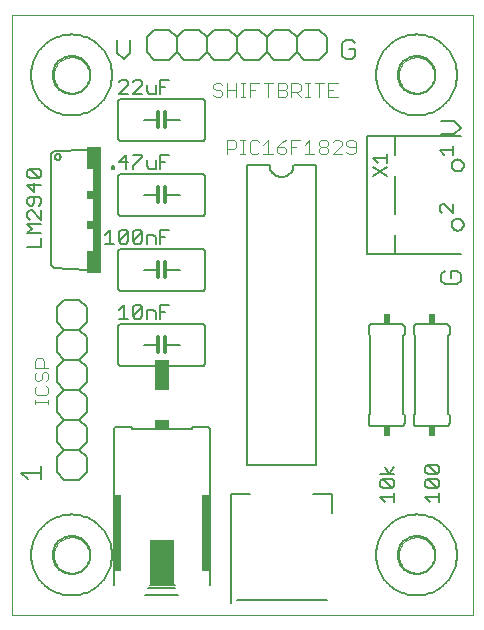
<source format=gto>
G75*
%MOIN*%
%OFA0B0*%
%FSLAX24Y24*%
%IPPOS*%
%LPD*%
%AMOC8*
5,1,8,0,0,1.08239X$1,22.5*
%
%ADD10C,0.0000*%
%ADD11C,0.0060*%
%ADD12C,0.0040*%
%ADD13C,0.0120*%
%ADD14C,0.0050*%
%ADD15R,0.0240X0.0340*%
%ADD16R,0.0300X0.4200*%
%ADD17R,0.0200X0.0750*%
%ADD18R,0.0200X0.0300*%
%ADD19C,0.0080*%
%ADD20R,0.0500X0.0300*%
%ADD21R,0.0500X0.1000*%
%ADD22R,0.0250X0.2550*%
%ADD23R,0.0800X0.1500*%
D10*
X000100Y000100D02*
X000100Y020096D01*
X015470Y020096D01*
X015470Y000100D01*
X000100Y000100D01*
X001509Y002100D02*
X001511Y002148D01*
X001517Y002196D01*
X001527Y002243D01*
X001540Y002289D01*
X001558Y002334D01*
X001578Y002378D01*
X001603Y002420D01*
X001631Y002459D01*
X001661Y002496D01*
X001695Y002530D01*
X001732Y002562D01*
X001770Y002591D01*
X001811Y002616D01*
X001854Y002638D01*
X001899Y002656D01*
X001945Y002670D01*
X001992Y002681D01*
X002040Y002688D01*
X002088Y002691D01*
X002136Y002690D01*
X002184Y002685D01*
X002232Y002676D01*
X002278Y002664D01*
X002323Y002647D01*
X002367Y002627D01*
X002409Y002604D01*
X002449Y002577D01*
X002487Y002547D01*
X002522Y002514D01*
X002554Y002478D01*
X002584Y002440D01*
X002610Y002399D01*
X002632Y002356D01*
X002652Y002312D01*
X002667Y002267D01*
X002679Y002220D01*
X002687Y002172D01*
X002691Y002124D01*
X002691Y002076D01*
X002687Y002028D01*
X002679Y001980D01*
X002667Y001933D01*
X002652Y001888D01*
X002632Y001844D01*
X002610Y001801D01*
X002584Y001760D01*
X002554Y001722D01*
X002522Y001686D01*
X002487Y001653D01*
X002449Y001623D01*
X002409Y001596D01*
X002367Y001573D01*
X002323Y001553D01*
X002278Y001536D01*
X002232Y001524D01*
X002184Y001515D01*
X002136Y001510D01*
X002088Y001509D01*
X002040Y001512D01*
X001992Y001519D01*
X001945Y001530D01*
X001899Y001544D01*
X001854Y001562D01*
X001811Y001584D01*
X001770Y001609D01*
X001732Y001638D01*
X001695Y001670D01*
X001661Y001704D01*
X001631Y001741D01*
X001603Y001780D01*
X001578Y001822D01*
X001558Y001866D01*
X001540Y001911D01*
X001527Y001957D01*
X001517Y002004D01*
X001511Y002052D01*
X001509Y002100D01*
X013009Y002100D02*
X013011Y002148D01*
X013017Y002196D01*
X013027Y002243D01*
X013040Y002289D01*
X013058Y002334D01*
X013078Y002378D01*
X013103Y002420D01*
X013131Y002459D01*
X013161Y002496D01*
X013195Y002530D01*
X013232Y002562D01*
X013270Y002591D01*
X013311Y002616D01*
X013354Y002638D01*
X013399Y002656D01*
X013445Y002670D01*
X013492Y002681D01*
X013540Y002688D01*
X013588Y002691D01*
X013636Y002690D01*
X013684Y002685D01*
X013732Y002676D01*
X013778Y002664D01*
X013823Y002647D01*
X013867Y002627D01*
X013909Y002604D01*
X013949Y002577D01*
X013987Y002547D01*
X014022Y002514D01*
X014054Y002478D01*
X014084Y002440D01*
X014110Y002399D01*
X014132Y002356D01*
X014152Y002312D01*
X014167Y002267D01*
X014179Y002220D01*
X014187Y002172D01*
X014191Y002124D01*
X014191Y002076D01*
X014187Y002028D01*
X014179Y001980D01*
X014167Y001933D01*
X014152Y001888D01*
X014132Y001844D01*
X014110Y001801D01*
X014084Y001760D01*
X014054Y001722D01*
X014022Y001686D01*
X013987Y001653D01*
X013949Y001623D01*
X013909Y001596D01*
X013867Y001573D01*
X013823Y001553D01*
X013778Y001536D01*
X013732Y001524D01*
X013684Y001515D01*
X013636Y001510D01*
X013588Y001509D01*
X013540Y001512D01*
X013492Y001519D01*
X013445Y001530D01*
X013399Y001544D01*
X013354Y001562D01*
X013311Y001584D01*
X013270Y001609D01*
X013232Y001638D01*
X013195Y001670D01*
X013161Y001704D01*
X013131Y001741D01*
X013103Y001780D01*
X013078Y001822D01*
X013058Y001866D01*
X013040Y001911D01*
X013027Y001957D01*
X013017Y002004D01*
X013011Y002052D01*
X013009Y002100D01*
X013009Y018100D02*
X013011Y018148D01*
X013017Y018196D01*
X013027Y018243D01*
X013040Y018289D01*
X013058Y018334D01*
X013078Y018378D01*
X013103Y018420D01*
X013131Y018459D01*
X013161Y018496D01*
X013195Y018530D01*
X013232Y018562D01*
X013270Y018591D01*
X013311Y018616D01*
X013354Y018638D01*
X013399Y018656D01*
X013445Y018670D01*
X013492Y018681D01*
X013540Y018688D01*
X013588Y018691D01*
X013636Y018690D01*
X013684Y018685D01*
X013732Y018676D01*
X013778Y018664D01*
X013823Y018647D01*
X013867Y018627D01*
X013909Y018604D01*
X013949Y018577D01*
X013987Y018547D01*
X014022Y018514D01*
X014054Y018478D01*
X014084Y018440D01*
X014110Y018399D01*
X014132Y018356D01*
X014152Y018312D01*
X014167Y018267D01*
X014179Y018220D01*
X014187Y018172D01*
X014191Y018124D01*
X014191Y018076D01*
X014187Y018028D01*
X014179Y017980D01*
X014167Y017933D01*
X014152Y017888D01*
X014132Y017844D01*
X014110Y017801D01*
X014084Y017760D01*
X014054Y017722D01*
X014022Y017686D01*
X013987Y017653D01*
X013949Y017623D01*
X013909Y017596D01*
X013867Y017573D01*
X013823Y017553D01*
X013778Y017536D01*
X013732Y017524D01*
X013684Y017515D01*
X013636Y017510D01*
X013588Y017509D01*
X013540Y017512D01*
X013492Y017519D01*
X013445Y017530D01*
X013399Y017544D01*
X013354Y017562D01*
X013311Y017584D01*
X013270Y017609D01*
X013232Y017638D01*
X013195Y017670D01*
X013161Y017704D01*
X013131Y017741D01*
X013103Y017780D01*
X013078Y017822D01*
X013058Y017866D01*
X013040Y017911D01*
X013027Y017957D01*
X013017Y018004D01*
X013011Y018052D01*
X013009Y018100D01*
X001509Y018100D02*
X001511Y018148D01*
X001517Y018196D01*
X001527Y018243D01*
X001540Y018289D01*
X001558Y018334D01*
X001578Y018378D01*
X001603Y018420D01*
X001631Y018459D01*
X001661Y018496D01*
X001695Y018530D01*
X001732Y018562D01*
X001770Y018591D01*
X001811Y018616D01*
X001854Y018638D01*
X001899Y018656D01*
X001945Y018670D01*
X001992Y018681D01*
X002040Y018688D01*
X002088Y018691D01*
X002136Y018690D01*
X002184Y018685D01*
X002232Y018676D01*
X002278Y018664D01*
X002323Y018647D01*
X002367Y018627D01*
X002409Y018604D01*
X002449Y018577D01*
X002487Y018547D01*
X002522Y018514D01*
X002554Y018478D01*
X002584Y018440D01*
X002610Y018399D01*
X002632Y018356D01*
X002652Y018312D01*
X002667Y018267D01*
X002679Y018220D01*
X002687Y018172D01*
X002691Y018124D01*
X002691Y018076D01*
X002687Y018028D01*
X002679Y017980D01*
X002667Y017933D01*
X002652Y017888D01*
X002632Y017844D01*
X002610Y017801D01*
X002584Y017760D01*
X002554Y017722D01*
X002522Y017686D01*
X002487Y017653D01*
X002449Y017623D01*
X002409Y017596D01*
X002367Y017573D01*
X002323Y017553D01*
X002278Y017536D01*
X002232Y017524D01*
X002184Y017515D01*
X002136Y017510D01*
X002088Y017509D01*
X002040Y017512D01*
X001992Y017519D01*
X001945Y017530D01*
X001899Y017544D01*
X001854Y017562D01*
X001811Y017584D01*
X001770Y017609D01*
X001732Y017638D01*
X001695Y017670D01*
X001661Y017704D01*
X001631Y017741D01*
X001603Y017780D01*
X001578Y017822D01*
X001558Y017866D01*
X001540Y017911D01*
X001527Y017957D01*
X001517Y018004D01*
X001511Y018052D01*
X001509Y018100D01*
D11*
X000750Y018100D02*
X000752Y018173D01*
X000758Y018246D01*
X000768Y018318D01*
X000782Y018390D01*
X000799Y018461D01*
X000821Y018531D01*
X000846Y018600D01*
X000875Y018667D01*
X000907Y018732D01*
X000943Y018796D01*
X000983Y018858D01*
X001025Y018917D01*
X001071Y018974D01*
X001120Y019028D01*
X001172Y019080D01*
X001226Y019129D01*
X001283Y019175D01*
X001342Y019217D01*
X001404Y019257D01*
X001468Y019293D01*
X001533Y019325D01*
X001600Y019354D01*
X001669Y019379D01*
X001739Y019401D01*
X001810Y019418D01*
X001882Y019432D01*
X001954Y019442D01*
X002027Y019448D01*
X002100Y019450D01*
X002173Y019448D01*
X002246Y019442D01*
X002318Y019432D01*
X002390Y019418D01*
X002461Y019401D01*
X002531Y019379D01*
X002600Y019354D01*
X002667Y019325D01*
X002732Y019293D01*
X002796Y019257D01*
X002858Y019217D01*
X002917Y019175D01*
X002974Y019129D01*
X003028Y019080D01*
X003080Y019028D01*
X003129Y018974D01*
X003175Y018917D01*
X003217Y018858D01*
X003257Y018796D01*
X003293Y018732D01*
X003325Y018667D01*
X003354Y018600D01*
X003379Y018531D01*
X003401Y018461D01*
X003418Y018390D01*
X003432Y018318D01*
X003442Y018246D01*
X003448Y018173D01*
X003450Y018100D01*
X003448Y018027D01*
X003442Y017954D01*
X003432Y017882D01*
X003418Y017810D01*
X003401Y017739D01*
X003379Y017669D01*
X003354Y017600D01*
X003325Y017533D01*
X003293Y017468D01*
X003257Y017404D01*
X003217Y017342D01*
X003175Y017283D01*
X003129Y017226D01*
X003080Y017172D01*
X003028Y017120D01*
X002974Y017071D01*
X002917Y017025D01*
X002858Y016983D01*
X002796Y016943D01*
X002732Y016907D01*
X002667Y016875D01*
X002600Y016846D01*
X002531Y016821D01*
X002461Y016799D01*
X002390Y016782D01*
X002318Y016768D01*
X002246Y016758D01*
X002173Y016752D01*
X002100Y016750D01*
X002027Y016752D01*
X001954Y016758D01*
X001882Y016768D01*
X001810Y016782D01*
X001739Y016799D01*
X001669Y016821D01*
X001600Y016846D01*
X001533Y016875D01*
X001468Y016907D01*
X001404Y016943D01*
X001342Y016983D01*
X001283Y017025D01*
X001226Y017071D01*
X001172Y017120D01*
X001120Y017172D01*
X001071Y017226D01*
X001025Y017283D01*
X000983Y017342D01*
X000943Y017404D01*
X000907Y017468D01*
X000875Y017533D01*
X000846Y017600D01*
X000821Y017669D01*
X000799Y017739D01*
X000782Y017810D01*
X000768Y017882D01*
X000758Y017954D01*
X000752Y018027D01*
X000750Y018100D01*
X003630Y018844D02*
X003844Y018630D01*
X004057Y018844D01*
X004057Y019271D01*
X003630Y019271D02*
X003630Y018844D01*
X004600Y018850D02*
X004600Y019350D01*
X004850Y019600D01*
X005350Y019600D01*
X005600Y019350D01*
X005850Y019600D01*
X006350Y019600D01*
X006600Y019350D01*
X006850Y019600D01*
X007350Y019600D01*
X007600Y019350D01*
X007850Y019600D01*
X008350Y019600D01*
X008600Y019350D01*
X008850Y019600D01*
X009350Y019600D01*
X009600Y019350D01*
X009850Y019600D01*
X010350Y019600D01*
X010600Y019350D01*
X010600Y018850D01*
X010350Y018600D01*
X009850Y018600D01*
X009600Y018850D01*
X009350Y018600D01*
X008850Y018600D01*
X008600Y018850D01*
X008600Y019350D01*
X008600Y018850D02*
X008350Y018600D01*
X007850Y018600D01*
X007600Y018850D01*
X007350Y018600D01*
X006850Y018600D01*
X006600Y018850D01*
X006350Y018600D01*
X005850Y018600D01*
X005600Y018850D01*
X005350Y018600D01*
X004850Y018600D01*
X004600Y018850D01*
X005600Y018850D02*
X005600Y019350D01*
X006600Y019350D02*
X006600Y018850D01*
X007600Y018850D02*
X007600Y019350D01*
X006450Y017300D02*
X003750Y017300D01*
X003733Y017298D01*
X003716Y017294D01*
X003700Y017287D01*
X003686Y017277D01*
X003673Y017264D01*
X003663Y017250D01*
X003656Y017234D01*
X003652Y017217D01*
X003650Y017200D01*
X003650Y016000D01*
X003652Y015983D01*
X003656Y015966D01*
X003663Y015950D01*
X003673Y015936D01*
X003686Y015923D01*
X003700Y015913D01*
X003716Y015906D01*
X003733Y015902D01*
X003750Y015900D01*
X006450Y015900D01*
X006467Y015902D01*
X006484Y015906D01*
X006500Y015913D01*
X006514Y015923D01*
X006527Y015936D01*
X006537Y015950D01*
X006544Y015966D01*
X006548Y015983D01*
X006550Y016000D01*
X006550Y017200D01*
X006548Y017217D01*
X006544Y017234D01*
X006537Y017250D01*
X006527Y017264D01*
X006514Y017277D01*
X006500Y017287D01*
X006484Y017294D01*
X006467Y017298D01*
X006450Y017300D01*
X005700Y016600D02*
X005230Y016600D01*
X004980Y016600D02*
X004500Y016600D01*
X003750Y014800D02*
X006450Y014800D01*
X006467Y014798D01*
X006484Y014794D01*
X006500Y014787D01*
X006514Y014777D01*
X006527Y014764D01*
X006537Y014750D01*
X006544Y014734D01*
X006548Y014717D01*
X006550Y014700D01*
X006550Y013500D01*
X006548Y013483D01*
X006544Y013466D01*
X006537Y013450D01*
X006527Y013436D01*
X006514Y013423D01*
X006500Y013413D01*
X006484Y013406D01*
X006467Y013402D01*
X006450Y013400D01*
X003750Y013400D01*
X003733Y013402D01*
X003716Y013406D01*
X003700Y013413D01*
X003686Y013423D01*
X003673Y013436D01*
X003663Y013450D01*
X003656Y013466D01*
X003652Y013483D01*
X003650Y013500D01*
X003650Y014700D01*
X003652Y014717D01*
X003656Y014734D01*
X003663Y014750D01*
X003673Y014764D01*
X003686Y014777D01*
X003700Y014787D01*
X003716Y014794D01*
X003733Y014798D01*
X003750Y014800D01*
X004500Y014100D02*
X004980Y014100D01*
X005230Y014100D02*
X005700Y014100D01*
X006450Y012300D02*
X003750Y012300D01*
X003733Y012298D01*
X003716Y012294D01*
X003700Y012287D01*
X003686Y012277D01*
X003673Y012264D01*
X003663Y012250D01*
X003656Y012234D01*
X003652Y012217D01*
X003650Y012200D01*
X003650Y011000D01*
X003652Y010983D01*
X003656Y010966D01*
X003663Y010950D01*
X003673Y010936D01*
X003686Y010923D01*
X003700Y010913D01*
X003716Y010906D01*
X003733Y010902D01*
X003750Y010900D01*
X006450Y010900D01*
X006467Y010902D01*
X006484Y010906D01*
X006500Y010913D01*
X006514Y010923D01*
X006527Y010936D01*
X006537Y010950D01*
X006544Y010966D01*
X006548Y010983D01*
X006550Y011000D01*
X006550Y012200D01*
X006548Y012217D01*
X006544Y012234D01*
X006537Y012250D01*
X006527Y012264D01*
X006514Y012277D01*
X006500Y012287D01*
X006484Y012294D01*
X006467Y012298D01*
X006450Y012300D01*
X005700Y011600D02*
X005230Y011600D01*
X004980Y011600D02*
X004500Y011600D01*
X003750Y009800D02*
X006450Y009800D01*
X006467Y009798D01*
X006484Y009794D01*
X006500Y009787D01*
X006514Y009777D01*
X006527Y009764D01*
X006537Y009750D01*
X006544Y009734D01*
X006548Y009717D01*
X006550Y009700D01*
X006550Y008500D01*
X006548Y008483D01*
X006544Y008466D01*
X006537Y008450D01*
X006527Y008436D01*
X006514Y008423D01*
X006500Y008413D01*
X006484Y008406D01*
X006467Y008402D01*
X006450Y008400D01*
X003750Y008400D01*
X003733Y008402D01*
X003716Y008406D01*
X003700Y008413D01*
X003686Y008423D01*
X003673Y008436D01*
X003663Y008450D01*
X003656Y008466D01*
X003652Y008483D01*
X003650Y008500D01*
X003650Y009700D01*
X003652Y009717D01*
X003656Y009734D01*
X003663Y009750D01*
X003673Y009764D01*
X003686Y009777D01*
X003700Y009787D01*
X003716Y009794D01*
X003733Y009798D01*
X003750Y009800D01*
X004500Y009100D02*
X004980Y009100D01*
X005230Y009100D02*
X005700Y009100D01*
X006100Y006350D02*
X006100Y006300D01*
X004100Y006300D01*
X004100Y006350D01*
X003550Y006350D01*
X003500Y006300D01*
X003500Y001100D01*
X004550Y000750D02*
X005000Y000750D01*
X005200Y000750D01*
X005650Y000750D01*
X005550Y001000D02*
X004650Y001000D01*
X004700Y001100D02*
X005550Y001100D01*
X006700Y001100D02*
X006700Y006300D01*
X006650Y006350D01*
X006100Y006350D01*
X007950Y005100D02*
X010250Y005100D01*
X010250Y015100D01*
X009500Y015100D01*
X009498Y015061D01*
X009492Y015022D01*
X009483Y014984D01*
X009470Y014947D01*
X009453Y014911D01*
X009433Y014878D01*
X009409Y014846D01*
X009383Y014817D01*
X009354Y014791D01*
X009322Y014767D01*
X009289Y014747D01*
X009253Y014730D01*
X009216Y014717D01*
X009178Y014708D01*
X009139Y014702D01*
X009100Y014700D01*
X009061Y014702D01*
X009022Y014708D01*
X008984Y014717D01*
X008947Y014730D01*
X008911Y014747D01*
X008878Y014767D01*
X008846Y014791D01*
X008817Y014817D01*
X008791Y014846D01*
X008767Y014878D01*
X008747Y014911D01*
X008730Y014947D01*
X008717Y014984D01*
X008708Y015022D01*
X008702Y015061D01*
X008700Y015100D01*
X007950Y015100D01*
X007950Y005100D01*
X012000Y006500D02*
X012000Y006750D01*
X012050Y006800D01*
X012050Y009400D01*
X012000Y009450D01*
X012000Y009700D01*
X012002Y009717D01*
X012006Y009734D01*
X012013Y009750D01*
X012023Y009764D01*
X012036Y009777D01*
X012050Y009787D01*
X012066Y009794D01*
X012083Y009798D01*
X012100Y009800D01*
X013100Y009800D01*
X013117Y009798D01*
X013134Y009794D01*
X013150Y009787D01*
X013164Y009777D01*
X013177Y009764D01*
X013187Y009750D01*
X013194Y009734D01*
X013198Y009717D01*
X013200Y009700D01*
X013200Y009450D01*
X013150Y009400D01*
X013150Y006800D01*
X013200Y006750D01*
X013200Y006500D01*
X013198Y006483D01*
X013194Y006466D01*
X013187Y006450D01*
X013177Y006436D01*
X013164Y006423D01*
X013150Y006413D01*
X013134Y006406D01*
X013117Y006402D01*
X013100Y006400D01*
X012100Y006400D01*
X012083Y006402D01*
X012066Y006406D01*
X012050Y006413D01*
X012036Y006423D01*
X012023Y006436D01*
X012013Y006450D01*
X012006Y006466D01*
X012002Y006483D01*
X012000Y006500D01*
X013500Y006500D02*
X013500Y006750D01*
X013550Y006800D01*
X013550Y009400D01*
X013500Y009450D01*
X013500Y009700D01*
X013502Y009717D01*
X013506Y009734D01*
X013513Y009750D01*
X013523Y009764D01*
X013536Y009777D01*
X013550Y009787D01*
X013566Y009794D01*
X013583Y009798D01*
X013600Y009800D01*
X014600Y009800D01*
X014617Y009798D01*
X014634Y009794D01*
X014650Y009787D01*
X014664Y009777D01*
X014677Y009764D01*
X014687Y009750D01*
X014694Y009734D01*
X014698Y009717D01*
X014700Y009700D01*
X014700Y009450D01*
X014650Y009400D01*
X014650Y006800D01*
X014700Y006750D01*
X014700Y006500D01*
X014698Y006483D01*
X014694Y006466D01*
X014687Y006450D01*
X014677Y006436D01*
X014664Y006423D01*
X014650Y006413D01*
X014634Y006406D01*
X014617Y006402D01*
X014600Y006400D01*
X013600Y006400D01*
X013583Y006402D01*
X013566Y006406D01*
X013550Y006413D01*
X013536Y006423D01*
X013523Y006436D01*
X013513Y006450D01*
X013506Y006466D01*
X013502Y006483D01*
X013500Y006500D01*
X012250Y002100D02*
X012252Y002173D01*
X012258Y002246D01*
X012268Y002318D01*
X012282Y002390D01*
X012299Y002461D01*
X012321Y002531D01*
X012346Y002600D01*
X012375Y002667D01*
X012407Y002732D01*
X012443Y002796D01*
X012483Y002858D01*
X012525Y002917D01*
X012571Y002974D01*
X012620Y003028D01*
X012672Y003080D01*
X012726Y003129D01*
X012783Y003175D01*
X012842Y003217D01*
X012904Y003257D01*
X012968Y003293D01*
X013033Y003325D01*
X013100Y003354D01*
X013169Y003379D01*
X013239Y003401D01*
X013310Y003418D01*
X013382Y003432D01*
X013454Y003442D01*
X013527Y003448D01*
X013600Y003450D01*
X013673Y003448D01*
X013746Y003442D01*
X013818Y003432D01*
X013890Y003418D01*
X013961Y003401D01*
X014031Y003379D01*
X014100Y003354D01*
X014167Y003325D01*
X014232Y003293D01*
X014296Y003257D01*
X014358Y003217D01*
X014417Y003175D01*
X014474Y003129D01*
X014528Y003080D01*
X014580Y003028D01*
X014629Y002974D01*
X014675Y002917D01*
X014717Y002858D01*
X014757Y002796D01*
X014793Y002732D01*
X014825Y002667D01*
X014854Y002600D01*
X014879Y002531D01*
X014901Y002461D01*
X014918Y002390D01*
X014932Y002318D01*
X014942Y002246D01*
X014948Y002173D01*
X014950Y002100D01*
X014948Y002027D01*
X014942Y001954D01*
X014932Y001882D01*
X014918Y001810D01*
X014901Y001739D01*
X014879Y001669D01*
X014854Y001600D01*
X014825Y001533D01*
X014793Y001468D01*
X014757Y001404D01*
X014717Y001342D01*
X014675Y001283D01*
X014629Y001226D01*
X014580Y001172D01*
X014528Y001120D01*
X014474Y001071D01*
X014417Y001025D01*
X014358Y000983D01*
X014296Y000943D01*
X014232Y000907D01*
X014167Y000875D01*
X014100Y000846D01*
X014031Y000821D01*
X013961Y000799D01*
X013890Y000782D01*
X013818Y000768D01*
X013746Y000758D01*
X013673Y000752D01*
X013600Y000750D01*
X013527Y000752D01*
X013454Y000758D01*
X013382Y000768D01*
X013310Y000782D01*
X013239Y000799D01*
X013169Y000821D01*
X013100Y000846D01*
X013033Y000875D01*
X012968Y000907D01*
X012904Y000943D01*
X012842Y000983D01*
X012783Y001025D01*
X012726Y001071D01*
X012672Y001120D01*
X012620Y001172D01*
X012571Y001226D01*
X012525Y001283D01*
X012483Y001342D01*
X012443Y001404D01*
X012407Y001468D01*
X012375Y001533D01*
X012346Y001600D01*
X012321Y001669D01*
X012299Y001739D01*
X012282Y001810D01*
X012268Y001882D01*
X012258Y001954D01*
X012252Y002027D01*
X012250Y002100D01*
X014536Y011130D02*
X014429Y011237D01*
X014429Y011450D01*
X014536Y011557D01*
X014750Y011557D02*
X014750Y011344D01*
X014750Y011557D02*
X014963Y011557D01*
X015070Y011450D01*
X015070Y011237D01*
X014963Y011130D01*
X014536Y011130D01*
X015070Y012134D02*
X012890Y012134D01*
X011950Y012134D01*
X011950Y016064D01*
X012890Y016064D01*
X015070Y016064D01*
X014856Y016130D02*
X015070Y016344D01*
X014856Y016557D01*
X014429Y016557D01*
X014429Y016130D02*
X014856Y016130D01*
X014770Y015084D02*
X014772Y015112D01*
X014778Y015139D01*
X014787Y015165D01*
X014800Y015190D01*
X014817Y015213D01*
X014836Y015233D01*
X014858Y015250D01*
X014882Y015264D01*
X014908Y015274D01*
X014935Y015281D01*
X014963Y015284D01*
X014991Y015283D01*
X015018Y015278D01*
X015045Y015269D01*
X015070Y015257D01*
X015093Y015242D01*
X015114Y015223D01*
X015132Y015202D01*
X015147Y015178D01*
X015158Y015152D01*
X015166Y015126D01*
X015170Y015098D01*
X015170Y015070D01*
X015166Y015042D01*
X015158Y015016D01*
X015147Y014990D01*
X015132Y014966D01*
X015114Y014945D01*
X015093Y014926D01*
X015070Y014911D01*
X015045Y014899D01*
X015018Y014890D01*
X014991Y014885D01*
X014963Y014884D01*
X014935Y014887D01*
X014908Y014894D01*
X014882Y014904D01*
X014858Y014918D01*
X014836Y014935D01*
X014817Y014955D01*
X014800Y014978D01*
X014787Y015003D01*
X014778Y015029D01*
X014772Y015056D01*
X014770Y015084D01*
X014770Y013114D02*
X014772Y013142D01*
X014778Y013169D01*
X014787Y013195D01*
X014800Y013220D01*
X014817Y013243D01*
X014836Y013263D01*
X014858Y013280D01*
X014882Y013294D01*
X014908Y013304D01*
X014935Y013311D01*
X014963Y013314D01*
X014991Y013313D01*
X015018Y013308D01*
X015045Y013299D01*
X015070Y013287D01*
X015093Y013272D01*
X015114Y013253D01*
X015132Y013232D01*
X015147Y013208D01*
X015158Y013182D01*
X015166Y013156D01*
X015170Y013128D01*
X015170Y013100D01*
X015166Y013072D01*
X015158Y013046D01*
X015147Y013020D01*
X015132Y012996D01*
X015114Y012975D01*
X015093Y012956D01*
X015070Y012941D01*
X015045Y012929D01*
X015018Y012920D01*
X014991Y012915D01*
X014963Y012914D01*
X014935Y012917D01*
X014908Y012924D01*
X014882Y012934D01*
X014858Y012948D01*
X014836Y012965D01*
X014817Y012985D01*
X014800Y013008D01*
X014787Y013033D01*
X014778Y013059D01*
X014772Y013086D01*
X014770Y013114D01*
X012890Y012764D02*
X012890Y012134D01*
X012890Y013464D02*
X012890Y014734D01*
X012890Y015434D02*
X012890Y016064D01*
X012250Y018100D02*
X012252Y018173D01*
X012258Y018246D01*
X012268Y018318D01*
X012282Y018390D01*
X012299Y018461D01*
X012321Y018531D01*
X012346Y018600D01*
X012375Y018667D01*
X012407Y018732D01*
X012443Y018796D01*
X012483Y018858D01*
X012525Y018917D01*
X012571Y018974D01*
X012620Y019028D01*
X012672Y019080D01*
X012726Y019129D01*
X012783Y019175D01*
X012842Y019217D01*
X012904Y019257D01*
X012968Y019293D01*
X013033Y019325D01*
X013100Y019354D01*
X013169Y019379D01*
X013239Y019401D01*
X013310Y019418D01*
X013382Y019432D01*
X013454Y019442D01*
X013527Y019448D01*
X013600Y019450D01*
X013673Y019448D01*
X013746Y019442D01*
X013818Y019432D01*
X013890Y019418D01*
X013961Y019401D01*
X014031Y019379D01*
X014100Y019354D01*
X014167Y019325D01*
X014232Y019293D01*
X014296Y019257D01*
X014358Y019217D01*
X014417Y019175D01*
X014474Y019129D01*
X014528Y019080D01*
X014580Y019028D01*
X014629Y018974D01*
X014675Y018917D01*
X014717Y018858D01*
X014757Y018796D01*
X014793Y018732D01*
X014825Y018667D01*
X014854Y018600D01*
X014879Y018531D01*
X014901Y018461D01*
X014918Y018390D01*
X014932Y018318D01*
X014942Y018246D01*
X014948Y018173D01*
X014950Y018100D01*
X014948Y018027D01*
X014942Y017954D01*
X014932Y017882D01*
X014918Y017810D01*
X014901Y017739D01*
X014879Y017669D01*
X014854Y017600D01*
X014825Y017533D01*
X014793Y017468D01*
X014757Y017404D01*
X014717Y017342D01*
X014675Y017283D01*
X014629Y017226D01*
X014580Y017172D01*
X014528Y017120D01*
X014474Y017071D01*
X014417Y017025D01*
X014358Y016983D01*
X014296Y016943D01*
X014232Y016907D01*
X014167Y016875D01*
X014100Y016846D01*
X014031Y016821D01*
X013961Y016799D01*
X013890Y016782D01*
X013818Y016768D01*
X013746Y016758D01*
X013673Y016752D01*
X013600Y016750D01*
X013527Y016752D01*
X013454Y016758D01*
X013382Y016768D01*
X013310Y016782D01*
X013239Y016799D01*
X013169Y016821D01*
X013100Y016846D01*
X013033Y016875D01*
X012968Y016907D01*
X012904Y016943D01*
X012842Y016983D01*
X012783Y017025D01*
X012726Y017071D01*
X012672Y017120D01*
X012620Y017172D01*
X012571Y017226D01*
X012525Y017283D01*
X012483Y017342D01*
X012443Y017404D01*
X012407Y017468D01*
X012375Y017533D01*
X012346Y017600D01*
X012321Y017669D01*
X012299Y017739D01*
X012282Y017810D01*
X012268Y017882D01*
X012258Y017954D01*
X012252Y018027D01*
X012250Y018100D01*
X011557Y018737D02*
X011557Y018950D01*
X011344Y018950D01*
X011557Y018737D02*
X011450Y018630D01*
X011237Y018630D01*
X011130Y018737D01*
X011130Y019164D01*
X011237Y019271D01*
X011450Y019271D01*
X011557Y019164D01*
X009600Y019350D02*
X009600Y018850D01*
X002350Y010600D02*
X002600Y010350D01*
X002600Y009850D01*
X002350Y009600D01*
X002600Y009350D01*
X002600Y008850D01*
X002350Y008600D01*
X002600Y008350D01*
X002600Y007850D01*
X002350Y007600D01*
X002600Y007350D01*
X002600Y006850D01*
X002350Y006600D01*
X002600Y006350D01*
X002600Y005850D01*
X002350Y005600D01*
X002600Y005350D01*
X002600Y004850D01*
X002350Y004600D01*
X001850Y004600D01*
X001600Y004850D01*
X001600Y005350D01*
X001850Y005600D01*
X001600Y005850D01*
X001600Y006350D01*
X001850Y006600D01*
X002350Y006600D01*
X001850Y006600D02*
X001600Y006850D01*
X001600Y007350D01*
X001850Y007600D01*
X001600Y007850D01*
X001600Y008350D01*
X001850Y008600D01*
X001600Y008850D01*
X001600Y009350D01*
X001850Y009600D01*
X001600Y009850D01*
X001600Y010350D01*
X001850Y010600D01*
X002350Y010600D01*
X002350Y009600D02*
X001850Y009600D01*
X001850Y008600D02*
X002350Y008600D01*
X002350Y007600D02*
X001850Y007600D01*
X001850Y005600D02*
X002350Y005600D01*
X001070Y005057D02*
X001070Y004630D01*
X001070Y004844D02*
X000429Y004844D01*
X000643Y004630D01*
X000750Y002100D02*
X000752Y002173D01*
X000758Y002246D01*
X000768Y002318D01*
X000782Y002390D01*
X000799Y002461D01*
X000821Y002531D01*
X000846Y002600D01*
X000875Y002667D01*
X000907Y002732D01*
X000943Y002796D01*
X000983Y002858D01*
X001025Y002917D01*
X001071Y002974D01*
X001120Y003028D01*
X001172Y003080D01*
X001226Y003129D01*
X001283Y003175D01*
X001342Y003217D01*
X001404Y003257D01*
X001468Y003293D01*
X001533Y003325D01*
X001600Y003354D01*
X001669Y003379D01*
X001739Y003401D01*
X001810Y003418D01*
X001882Y003432D01*
X001954Y003442D01*
X002027Y003448D01*
X002100Y003450D01*
X002173Y003448D01*
X002246Y003442D01*
X002318Y003432D01*
X002390Y003418D01*
X002461Y003401D01*
X002531Y003379D01*
X002600Y003354D01*
X002667Y003325D01*
X002732Y003293D01*
X002796Y003257D01*
X002858Y003217D01*
X002917Y003175D01*
X002974Y003129D01*
X003028Y003080D01*
X003080Y003028D01*
X003129Y002974D01*
X003175Y002917D01*
X003217Y002858D01*
X003257Y002796D01*
X003293Y002732D01*
X003325Y002667D01*
X003354Y002600D01*
X003379Y002531D01*
X003401Y002461D01*
X003418Y002390D01*
X003432Y002318D01*
X003442Y002246D01*
X003448Y002173D01*
X003450Y002100D01*
X003448Y002027D01*
X003442Y001954D01*
X003432Y001882D01*
X003418Y001810D01*
X003401Y001739D01*
X003379Y001669D01*
X003354Y001600D01*
X003325Y001533D01*
X003293Y001468D01*
X003257Y001404D01*
X003217Y001342D01*
X003175Y001283D01*
X003129Y001226D01*
X003080Y001172D01*
X003028Y001120D01*
X002974Y001071D01*
X002917Y001025D01*
X002858Y000983D01*
X002796Y000943D01*
X002732Y000907D01*
X002667Y000875D01*
X002600Y000846D01*
X002531Y000821D01*
X002461Y000799D01*
X002390Y000782D01*
X002318Y000768D01*
X002246Y000758D01*
X002173Y000752D01*
X002100Y000750D01*
X002027Y000752D01*
X001954Y000758D01*
X001882Y000768D01*
X001810Y000782D01*
X001739Y000799D01*
X001669Y000821D01*
X001600Y000846D01*
X001533Y000875D01*
X001468Y000907D01*
X001404Y000943D01*
X001342Y000983D01*
X001283Y001025D01*
X001226Y001071D01*
X001172Y001120D01*
X001120Y001172D01*
X001071Y001226D01*
X001025Y001283D01*
X000983Y001342D01*
X000943Y001404D01*
X000907Y001468D01*
X000875Y001533D01*
X000846Y001600D01*
X000821Y001669D01*
X000799Y001739D01*
X000782Y001810D01*
X000768Y001882D01*
X000758Y001954D01*
X000752Y002027D01*
X000750Y002100D01*
D12*
X000870Y007120D02*
X000870Y007273D01*
X000870Y007197D02*
X001330Y007197D01*
X001330Y007273D02*
X001330Y007120D01*
X001253Y007427D02*
X001330Y007504D01*
X001330Y007657D01*
X001253Y007734D01*
X001253Y007887D02*
X001330Y007964D01*
X001330Y008118D01*
X001253Y008194D01*
X001177Y008194D01*
X001100Y008118D01*
X001100Y007964D01*
X001023Y007887D01*
X000946Y007887D01*
X000870Y007964D01*
X000870Y008118D01*
X000946Y008194D01*
X000870Y008348D02*
X000870Y008578D01*
X000946Y008655D01*
X001100Y008655D01*
X001177Y008578D01*
X001177Y008348D01*
X001330Y008348D02*
X000870Y008348D01*
X000946Y007734D02*
X000870Y007657D01*
X000870Y007504D01*
X000946Y007427D01*
X001253Y007427D01*
X007270Y015470D02*
X007270Y015930D01*
X007500Y015930D01*
X007577Y015854D01*
X007577Y015700D01*
X007500Y015623D01*
X007270Y015623D01*
X007730Y015470D02*
X007884Y015470D01*
X007807Y015470D02*
X007807Y015930D01*
X007730Y015930D02*
X007884Y015930D01*
X008037Y015854D02*
X008037Y015547D01*
X008114Y015470D01*
X008268Y015470D01*
X008344Y015547D01*
X008498Y015470D02*
X008805Y015470D01*
X008651Y015470D02*
X008651Y015930D01*
X008498Y015777D01*
X008344Y015854D02*
X008268Y015930D01*
X008114Y015930D01*
X008037Y015854D01*
X008958Y015700D02*
X008958Y015547D01*
X009035Y015470D01*
X009188Y015470D01*
X009265Y015547D01*
X009265Y015623D01*
X009188Y015700D01*
X008958Y015700D01*
X009112Y015854D01*
X009265Y015930D01*
X009418Y015930D02*
X009725Y015930D01*
X009879Y015777D02*
X010032Y015930D01*
X010032Y015470D01*
X009879Y015470D02*
X010186Y015470D01*
X010339Y015547D02*
X010339Y015623D01*
X010416Y015700D01*
X010569Y015700D01*
X010646Y015623D01*
X010646Y015547D01*
X010569Y015470D01*
X010416Y015470D01*
X010339Y015547D01*
X010416Y015700D02*
X010339Y015777D01*
X010339Y015854D01*
X010416Y015930D01*
X010569Y015930D01*
X010646Y015854D01*
X010646Y015777D01*
X010569Y015700D01*
X010800Y015854D02*
X010876Y015930D01*
X011030Y015930D01*
X011107Y015854D01*
X011107Y015777D01*
X010800Y015470D01*
X011107Y015470D01*
X011260Y015547D02*
X011337Y015470D01*
X011490Y015470D01*
X011567Y015547D01*
X011567Y015854D01*
X011490Y015930D01*
X011337Y015930D01*
X011260Y015854D01*
X011260Y015777D01*
X011337Y015700D01*
X011567Y015700D01*
X010967Y017370D02*
X010660Y017370D01*
X010660Y017830D01*
X010967Y017830D01*
X010813Y017600D02*
X010660Y017600D01*
X010506Y017830D02*
X010199Y017830D01*
X010046Y017830D02*
X009892Y017830D01*
X009969Y017830D02*
X009969Y017370D01*
X009892Y017370D02*
X010046Y017370D01*
X010353Y017370D02*
X010353Y017830D01*
X009739Y017754D02*
X009739Y017600D01*
X009662Y017523D01*
X009432Y017523D01*
X009432Y017370D02*
X009432Y017830D01*
X009662Y017830D01*
X009739Y017754D01*
X009585Y017523D02*
X009739Y017370D01*
X009278Y017447D02*
X009202Y017370D01*
X008971Y017370D01*
X008971Y017830D01*
X009202Y017830D01*
X009278Y017754D01*
X009278Y017677D01*
X009202Y017600D01*
X008971Y017600D01*
X008818Y017830D02*
X008511Y017830D01*
X008358Y017830D02*
X008051Y017830D01*
X008051Y017370D01*
X007897Y017370D02*
X007744Y017370D01*
X007821Y017370D02*
X007821Y017830D01*
X007897Y017830D02*
X007744Y017830D01*
X007590Y017830D02*
X007590Y017370D01*
X007590Y017600D02*
X007283Y017600D01*
X007130Y017523D02*
X007130Y017447D01*
X007053Y017370D01*
X006900Y017370D01*
X006823Y017447D01*
X006900Y017600D02*
X006823Y017677D01*
X006823Y017754D01*
X006900Y017830D01*
X007053Y017830D01*
X007130Y017754D01*
X007283Y017830D02*
X007283Y017370D01*
X007130Y017523D02*
X007053Y017600D01*
X006900Y017600D01*
X008051Y017600D02*
X008204Y017600D01*
X008665Y017370D02*
X008665Y017830D01*
X009202Y017600D02*
X009278Y017523D01*
X009278Y017447D01*
X009418Y015930D02*
X009418Y015470D01*
X009418Y015700D02*
X009572Y015700D01*
D13*
X005230Y016350D02*
X005230Y016600D01*
X005230Y016850D01*
X004980Y016850D02*
X004980Y016600D01*
X004980Y016350D01*
X004980Y014350D02*
X004980Y014100D01*
X004980Y013850D01*
X005230Y013850D02*
X005230Y014100D01*
X005230Y014350D01*
X005230Y011850D02*
X005230Y011600D01*
X005230Y011350D01*
X004980Y011350D02*
X004980Y011600D01*
X004980Y011850D01*
X004980Y009350D02*
X004980Y009100D01*
X004980Y008850D01*
X005230Y008850D02*
X005230Y009100D01*
X005230Y009350D01*
D14*
X005065Y009975D02*
X005065Y010425D01*
X005365Y010425D01*
X005215Y010200D02*
X005065Y010200D01*
X004904Y010200D02*
X004904Y009975D01*
X004904Y010200D02*
X004829Y010275D01*
X004604Y010275D01*
X004604Y009975D01*
X004444Y010050D02*
X004369Y009975D01*
X004219Y009975D01*
X004144Y010050D01*
X004444Y010350D01*
X004444Y010050D01*
X004144Y010050D02*
X004144Y010350D01*
X004219Y010425D01*
X004369Y010425D01*
X004444Y010350D01*
X003984Y009975D02*
X003683Y009975D01*
X003834Y009975D02*
X003834Y010425D01*
X003683Y010275D01*
X002650Y011600D02*
X001500Y011650D01*
X001400Y011750D01*
X001400Y015450D01*
X001500Y015550D01*
X002650Y015600D01*
X003453Y015050D02*
X003528Y015050D01*
X003528Y014975D01*
X003453Y014975D01*
X003453Y015050D01*
X003683Y015200D02*
X003984Y015200D01*
X004144Y015050D02*
X004144Y014975D01*
X004144Y015050D02*
X004444Y015350D01*
X004444Y015425D01*
X004144Y015425D01*
X003909Y015425D02*
X003683Y015200D01*
X003909Y014975D02*
X003909Y015425D01*
X004604Y015275D02*
X004604Y015050D01*
X004679Y014975D01*
X004904Y014975D01*
X004904Y015275D01*
X005065Y015200D02*
X005215Y015200D01*
X005065Y014975D02*
X005065Y015425D01*
X005365Y015425D01*
X005065Y017475D02*
X005065Y017925D01*
X005365Y017925D01*
X005215Y017700D02*
X005065Y017700D01*
X004904Y017775D02*
X004904Y017475D01*
X004679Y017475D01*
X004604Y017550D01*
X004604Y017775D01*
X004444Y017775D02*
X004444Y017850D01*
X004369Y017925D01*
X004219Y017925D01*
X004144Y017850D01*
X003984Y017850D02*
X003909Y017925D01*
X003758Y017925D01*
X003683Y017850D01*
X003984Y017850D02*
X003984Y017775D01*
X003683Y017475D01*
X003984Y017475D01*
X004144Y017475D02*
X004444Y017775D01*
X004444Y017475D02*
X004144Y017475D01*
X001540Y015370D02*
X001542Y015390D01*
X001548Y015408D01*
X001557Y015426D01*
X001569Y015441D01*
X001584Y015453D01*
X001602Y015462D01*
X001620Y015468D01*
X001640Y015470D01*
X001660Y015468D01*
X001678Y015462D01*
X001696Y015453D01*
X001711Y015441D01*
X001723Y015426D01*
X001732Y015408D01*
X001738Y015390D01*
X001740Y015370D01*
X001738Y015350D01*
X001732Y015332D01*
X001723Y015314D01*
X001711Y015299D01*
X001696Y015287D01*
X001678Y015278D01*
X001660Y015272D01*
X001640Y015270D01*
X001620Y015272D01*
X001602Y015278D01*
X001584Y015287D01*
X001569Y015299D01*
X001557Y015314D01*
X001548Y015332D01*
X001542Y015350D01*
X001540Y015370D01*
X001075Y014890D02*
X001075Y014740D01*
X001000Y014665D01*
X000700Y014965D01*
X001000Y014965D01*
X001075Y014890D01*
X001000Y014665D02*
X000700Y014665D01*
X000625Y014740D01*
X000625Y014890D01*
X000700Y014965D01*
X000850Y014504D02*
X000850Y014204D01*
X000625Y014429D01*
X001075Y014429D01*
X001000Y014044D02*
X000700Y014044D01*
X000625Y013969D01*
X000625Y013819D01*
X000700Y013744D01*
X000775Y013744D01*
X000850Y013819D01*
X000850Y014044D01*
X001000Y014044D02*
X001075Y013969D01*
X001075Y013819D01*
X001000Y013744D01*
X001075Y013584D02*
X001075Y013283D01*
X000775Y013584D01*
X000700Y013584D01*
X000625Y013509D01*
X000625Y013358D01*
X000700Y013283D01*
X000625Y013123D02*
X001075Y013123D01*
X001075Y012823D02*
X000625Y012823D01*
X000775Y012973D01*
X000625Y013123D01*
X001075Y012663D02*
X001075Y012363D01*
X000625Y012363D01*
X003223Y012475D02*
X003523Y012475D01*
X003373Y012475D02*
X003373Y012925D01*
X003223Y012775D01*
X003683Y012850D02*
X003683Y012550D01*
X003984Y012850D01*
X003984Y012550D01*
X003909Y012475D01*
X003758Y012475D01*
X003683Y012550D01*
X003683Y012850D02*
X003758Y012925D01*
X003909Y012925D01*
X003984Y012850D01*
X004144Y012850D02*
X004144Y012550D01*
X004444Y012850D01*
X004444Y012550D01*
X004369Y012475D01*
X004219Y012475D01*
X004144Y012550D01*
X004144Y012850D02*
X004219Y012925D01*
X004369Y012925D01*
X004444Y012850D01*
X004604Y012775D02*
X004829Y012775D01*
X004904Y012700D01*
X004904Y012475D01*
X005065Y012475D02*
X005065Y012925D01*
X005365Y012925D01*
X005215Y012700D02*
X005065Y012700D01*
X004604Y012775D02*
X004604Y012475D01*
X012155Y014718D02*
X012605Y015019D01*
X012605Y015179D02*
X012605Y015479D01*
X012605Y015329D02*
X012155Y015329D01*
X012305Y015179D01*
X012155Y015019D02*
X012605Y014718D01*
X014375Y015599D02*
X014825Y015599D01*
X014825Y015449D02*
X014825Y015749D01*
X014525Y015449D02*
X014375Y015599D01*
X014450Y013799D02*
X014375Y013724D01*
X014375Y013574D01*
X014450Y013499D01*
X014450Y013799D02*
X014525Y013799D01*
X014825Y013499D01*
X014825Y013799D01*
X014270Y005096D02*
X013970Y005096D01*
X014270Y004796D01*
X014345Y004871D01*
X014345Y005021D01*
X014270Y005096D01*
X014270Y004796D02*
X013970Y004796D01*
X013895Y004871D01*
X013895Y005021D01*
X013970Y005096D01*
X013970Y004636D02*
X014270Y004335D01*
X014345Y004410D01*
X014345Y004561D01*
X014270Y004636D01*
X013970Y004636D01*
X013895Y004561D01*
X013895Y004410D01*
X013970Y004335D01*
X014270Y004335D01*
X014345Y004175D02*
X014345Y003875D01*
X014345Y004025D02*
X013895Y004025D01*
X014045Y003875D01*
X012845Y003875D02*
X012845Y004175D01*
X012845Y004025D02*
X012395Y004025D01*
X012545Y003875D01*
X012470Y004335D02*
X012395Y004410D01*
X012395Y004561D01*
X012470Y004636D01*
X012770Y004335D01*
X012845Y004410D01*
X012845Y004561D01*
X012770Y004636D01*
X012470Y004636D01*
X012395Y004796D02*
X012845Y004796D01*
X012695Y004796D02*
X012845Y005021D01*
X012695Y004796D02*
X012545Y005021D01*
X012470Y004335D02*
X012770Y004335D01*
X010600Y000600D02*
X007600Y000600D01*
D15*
X012600Y006230D03*
X014100Y006230D03*
X014100Y009970D03*
X012600Y009970D03*
D16*
X002950Y013600D03*
D17*
X002700Y015325D03*
X002700Y011875D03*
D18*
X002700Y013100D03*
X002700Y014100D03*
D19*
X001470Y018100D02*
X001472Y018150D01*
X001478Y018200D01*
X001488Y018249D01*
X001502Y018297D01*
X001519Y018344D01*
X001540Y018389D01*
X001565Y018433D01*
X001593Y018474D01*
X001625Y018513D01*
X001659Y018550D01*
X001696Y018584D01*
X001736Y018614D01*
X001778Y018641D01*
X001822Y018665D01*
X001868Y018686D01*
X001915Y018702D01*
X001963Y018715D01*
X002013Y018724D01*
X002062Y018729D01*
X002113Y018730D01*
X002163Y018727D01*
X002212Y018720D01*
X002261Y018709D01*
X002309Y018694D01*
X002355Y018676D01*
X002400Y018654D01*
X002443Y018628D01*
X002484Y018599D01*
X002523Y018567D01*
X002559Y018532D01*
X002591Y018494D01*
X002621Y018454D01*
X002648Y018411D01*
X002671Y018367D01*
X002690Y018321D01*
X002706Y018273D01*
X002718Y018224D01*
X002726Y018175D01*
X002730Y018125D01*
X002730Y018075D01*
X002726Y018025D01*
X002718Y017976D01*
X002706Y017927D01*
X002690Y017879D01*
X002671Y017833D01*
X002648Y017789D01*
X002621Y017746D01*
X002591Y017706D01*
X002559Y017668D01*
X002523Y017633D01*
X002484Y017601D01*
X002443Y017572D01*
X002400Y017546D01*
X002355Y017524D01*
X002309Y017506D01*
X002261Y017491D01*
X002212Y017480D01*
X002163Y017473D01*
X002113Y017470D01*
X002062Y017471D01*
X002013Y017476D01*
X001963Y017485D01*
X001915Y017498D01*
X001868Y017514D01*
X001822Y017535D01*
X001778Y017559D01*
X001736Y017586D01*
X001696Y017616D01*
X001659Y017650D01*
X001625Y017687D01*
X001593Y017726D01*
X001565Y017767D01*
X001540Y017811D01*
X001519Y017856D01*
X001502Y017903D01*
X001488Y017951D01*
X001478Y018000D01*
X001472Y018050D01*
X001470Y018100D01*
X007407Y004135D02*
X008037Y004135D01*
X007407Y004135D02*
X007407Y000506D01*
X010163Y004135D02*
X010793Y004135D01*
X010793Y003506D01*
X012970Y002100D02*
X012972Y002150D01*
X012978Y002200D01*
X012988Y002249D01*
X013002Y002297D01*
X013019Y002344D01*
X013040Y002389D01*
X013065Y002433D01*
X013093Y002474D01*
X013125Y002513D01*
X013159Y002550D01*
X013196Y002584D01*
X013236Y002614D01*
X013278Y002641D01*
X013322Y002665D01*
X013368Y002686D01*
X013415Y002702D01*
X013463Y002715D01*
X013513Y002724D01*
X013562Y002729D01*
X013613Y002730D01*
X013663Y002727D01*
X013712Y002720D01*
X013761Y002709D01*
X013809Y002694D01*
X013855Y002676D01*
X013900Y002654D01*
X013943Y002628D01*
X013984Y002599D01*
X014023Y002567D01*
X014059Y002532D01*
X014091Y002494D01*
X014121Y002454D01*
X014148Y002411D01*
X014171Y002367D01*
X014190Y002321D01*
X014206Y002273D01*
X014218Y002224D01*
X014226Y002175D01*
X014230Y002125D01*
X014230Y002075D01*
X014226Y002025D01*
X014218Y001976D01*
X014206Y001927D01*
X014190Y001879D01*
X014171Y001833D01*
X014148Y001789D01*
X014121Y001746D01*
X014091Y001706D01*
X014059Y001668D01*
X014023Y001633D01*
X013984Y001601D01*
X013943Y001572D01*
X013900Y001546D01*
X013855Y001524D01*
X013809Y001506D01*
X013761Y001491D01*
X013712Y001480D01*
X013663Y001473D01*
X013613Y001470D01*
X013562Y001471D01*
X013513Y001476D01*
X013463Y001485D01*
X013415Y001498D01*
X013368Y001514D01*
X013322Y001535D01*
X013278Y001559D01*
X013236Y001586D01*
X013196Y001616D01*
X013159Y001650D01*
X013125Y001687D01*
X013093Y001726D01*
X013065Y001767D01*
X013040Y001811D01*
X013019Y001856D01*
X013002Y001903D01*
X012988Y001951D01*
X012978Y002000D01*
X012972Y002050D01*
X012970Y002100D01*
X001470Y002100D02*
X001472Y002150D01*
X001478Y002200D01*
X001488Y002249D01*
X001502Y002297D01*
X001519Y002344D01*
X001540Y002389D01*
X001565Y002433D01*
X001593Y002474D01*
X001625Y002513D01*
X001659Y002550D01*
X001696Y002584D01*
X001736Y002614D01*
X001778Y002641D01*
X001822Y002665D01*
X001868Y002686D01*
X001915Y002702D01*
X001963Y002715D01*
X002013Y002724D01*
X002062Y002729D01*
X002113Y002730D01*
X002163Y002727D01*
X002212Y002720D01*
X002261Y002709D01*
X002309Y002694D01*
X002355Y002676D01*
X002400Y002654D01*
X002443Y002628D01*
X002484Y002599D01*
X002523Y002567D01*
X002559Y002532D01*
X002591Y002494D01*
X002621Y002454D01*
X002648Y002411D01*
X002671Y002367D01*
X002690Y002321D01*
X002706Y002273D01*
X002718Y002224D01*
X002726Y002175D01*
X002730Y002125D01*
X002730Y002075D01*
X002726Y002025D01*
X002718Y001976D01*
X002706Y001927D01*
X002690Y001879D01*
X002671Y001833D01*
X002648Y001789D01*
X002621Y001746D01*
X002591Y001706D01*
X002559Y001668D01*
X002523Y001633D01*
X002484Y001601D01*
X002443Y001572D01*
X002400Y001546D01*
X002355Y001524D01*
X002309Y001506D01*
X002261Y001491D01*
X002212Y001480D01*
X002163Y001473D01*
X002113Y001470D01*
X002062Y001471D01*
X002013Y001476D01*
X001963Y001485D01*
X001915Y001498D01*
X001868Y001514D01*
X001822Y001535D01*
X001778Y001559D01*
X001736Y001586D01*
X001696Y001616D01*
X001659Y001650D01*
X001625Y001687D01*
X001593Y001726D01*
X001565Y001767D01*
X001540Y001811D01*
X001519Y001856D01*
X001502Y001903D01*
X001488Y001951D01*
X001478Y002000D01*
X001472Y002050D01*
X001470Y002100D01*
X012970Y018100D02*
X012972Y018150D01*
X012978Y018200D01*
X012988Y018249D01*
X013002Y018297D01*
X013019Y018344D01*
X013040Y018389D01*
X013065Y018433D01*
X013093Y018474D01*
X013125Y018513D01*
X013159Y018550D01*
X013196Y018584D01*
X013236Y018614D01*
X013278Y018641D01*
X013322Y018665D01*
X013368Y018686D01*
X013415Y018702D01*
X013463Y018715D01*
X013513Y018724D01*
X013562Y018729D01*
X013613Y018730D01*
X013663Y018727D01*
X013712Y018720D01*
X013761Y018709D01*
X013809Y018694D01*
X013855Y018676D01*
X013900Y018654D01*
X013943Y018628D01*
X013984Y018599D01*
X014023Y018567D01*
X014059Y018532D01*
X014091Y018494D01*
X014121Y018454D01*
X014148Y018411D01*
X014171Y018367D01*
X014190Y018321D01*
X014206Y018273D01*
X014218Y018224D01*
X014226Y018175D01*
X014230Y018125D01*
X014230Y018075D01*
X014226Y018025D01*
X014218Y017976D01*
X014206Y017927D01*
X014190Y017879D01*
X014171Y017833D01*
X014148Y017789D01*
X014121Y017746D01*
X014091Y017706D01*
X014059Y017668D01*
X014023Y017633D01*
X013984Y017601D01*
X013943Y017572D01*
X013900Y017546D01*
X013855Y017524D01*
X013809Y017506D01*
X013761Y017491D01*
X013712Y017480D01*
X013663Y017473D01*
X013613Y017470D01*
X013562Y017471D01*
X013513Y017476D01*
X013463Y017485D01*
X013415Y017498D01*
X013368Y017514D01*
X013322Y017535D01*
X013278Y017559D01*
X013236Y017586D01*
X013196Y017616D01*
X013159Y017650D01*
X013125Y017687D01*
X013093Y017726D01*
X013065Y017767D01*
X013040Y017811D01*
X013019Y017856D01*
X013002Y017903D01*
X012988Y017951D01*
X012978Y018000D01*
X012972Y018050D01*
X012970Y018100D01*
D20*
X005100Y006450D03*
D21*
X005100Y008100D03*
D22*
X003625Y002825D03*
X006575Y002825D03*
D23*
X005100Y001850D03*
M02*

</source>
